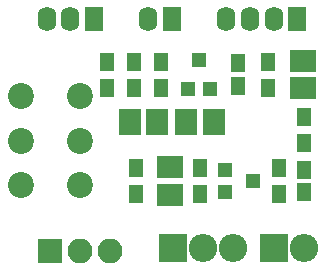
<source format=gts>
G04 #@! TF.FileFunction,Soldermask,Top*
%FSLAX46Y46*%
G04 Gerber Fmt 4.6, Leading zero omitted, Abs format (unit mm)*
G04 Created by KiCad (PCBNEW 4.0.4-1.fc24-product) date Thu Mar  1 09:36:58 2018*
%MOMM*%
%LPD*%
G01*
G04 APERTURE LIST*
%ADD10C,0.100000*%
%ADD11R,1.600000X2.100000*%
%ADD12O,1.600000X2.100000*%
%ADD13O,2.398980X2.398980*%
%ADD14R,2.398980X2.398980*%
%ADD15R,1.200000X1.300000*%
%ADD16R,1.300000X1.600000*%
%ADD17R,1.150000X1.600000*%
%ADD18R,2.200860X1.949400*%
%ADD19R,1.949400X2.200860*%
%ADD20R,1.300000X1.200000*%
%ADD21C,2.200000*%
%ADD22R,2.100000X2.100000*%
%ADD23O,2.100000X2.100000*%
G04 APERTURE END LIST*
D10*
D11*
X176400000Y-73300000D03*
D12*
X174400000Y-73300000D03*
X172400000Y-73300000D03*
X170400000Y-73300000D03*
D13*
X171000000Y-92700000D03*
D14*
X165920000Y-92700000D03*
D13*
X168460000Y-92700000D03*
D15*
X167150000Y-79200000D03*
X169050000Y-79200000D03*
X168100000Y-76800000D03*
D16*
X164900000Y-76900000D03*
X164900000Y-79100000D03*
D17*
X171400000Y-78950000D03*
X171400000Y-77050000D03*
D18*
X176900000Y-79176020D03*
X176900000Y-76823980D03*
D19*
X167023980Y-82000000D03*
X169376020Y-82000000D03*
X162223980Y-82000000D03*
X164576020Y-82000000D03*
D17*
X177000000Y-86050000D03*
X177000000Y-87950000D03*
D18*
X165600000Y-88176020D03*
X165600000Y-85823980D03*
D13*
X176940000Y-92700000D03*
D14*
X174400000Y-92700000D03*
D11*
X165800000Y-73300000D03*
D12*
X163800000Y-73300000D03*
D20*
X170300000Y-86050000D03*
X170300000Y-87950000D03*
X172700000Y-87000000D03*
D16*
X173900000Y-79100000D03*
X173900000Y-76900000D03*
X162600000Y-76900000D03*
X162600000Y-79100000D03*
X174900000Y-85900000D03*
X174900000Y-88100000D03*
X168200000Y-88100000D03*
X168200000Y-85900000D03*
X162800000Y-88100000D03*
X162800000Y-85900000D03*
D11*
X159200000Y-73300000D03*
D12*
X157200000Y-73300000D03*
X155200000Y-73300000D03*
D16*
X160300000Y-76900000D03*
X160300000Y-79100000D03*
X177000000Y-81600000D03*
X177000000Y-83800000D03*
D21*
X153000000Y-79850000D03*
X153000000Y-83600000D03*
X153000000Y-87350000D03*
X158000000Y-79850000D03*
X158000000Y-83600000D03*
X158000000Y-87350000D03*
D22*
X155460000Y-92950000D03*
D23*
X158000000Y-92950000D03*
X160540000Y-92950000D03*
M02*

</source>
